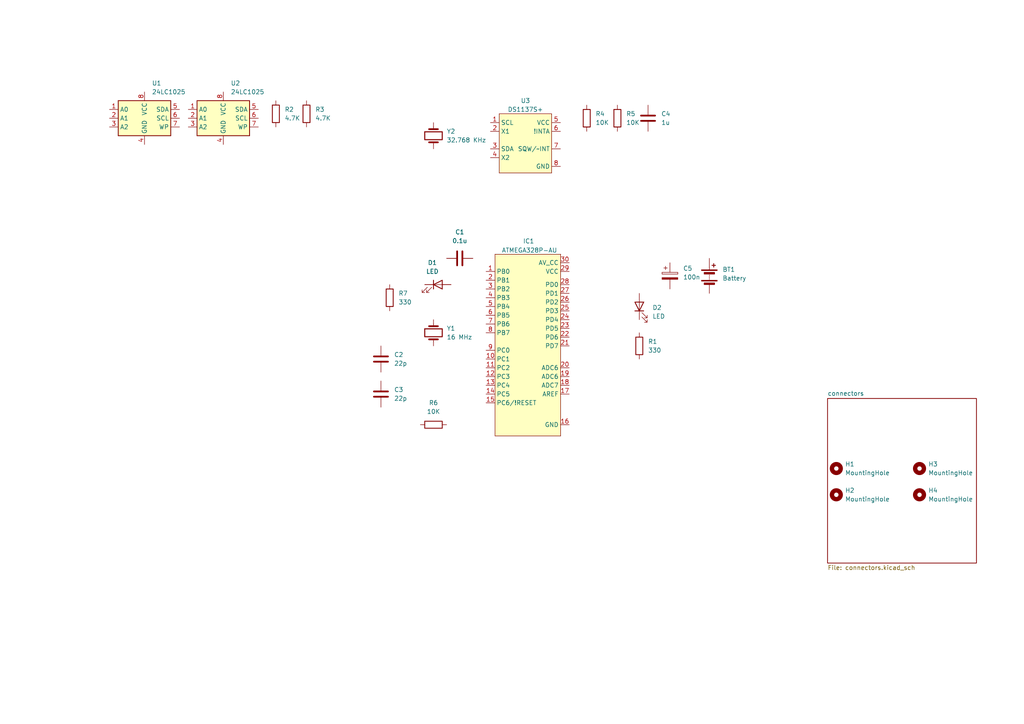
<source format=kicad_sch>
(kicad_sch (version 20250114) (generator "eeschema") (generator_version "9.0")
  (paper "A4")
  (title_block (title "MCU Datalogger with 512 KB EEPROM and Clock") (date "2025-10-22") (rev "1") (company "Furkan Tatlıses"))
  (lib_symbols
    (symbol "ATMEGA328P-AU:ATMEGA328P-AU"
      (property "Reference" "IC?" (at 0 1.27 0))
      (symbol "ATMEGA328P-AU_1_1"
        (rectangle (start 0.0644 -0.0818) (end 19.1144 -52.7868) (fill (type background)))
        (pin bidirectional line (at -2.54 -5.08 0) (length 2.54) (name "PB0") (number "1"))
        (pin bidirectional line (at -2.54 -7.62 0) (length 2.54) (name "PB1") (number "2"))
        (pin bidirectional line (at -2.54 -10.16 0) (length 2.54) (name "PB2") (number "3"))
        (pin bidirectional line (at -2.54 -12.7 0) (length 2.54) (name "PB3") (number "4"))
        (pin bidirectional line (at -2.54 -15.24 0) (length 2.54) (name "PB4") (number "5"))
        (pin bidirectional line (at -2.54 -17.78 0) (length 2.54) (name "PB5") (number "6"))
        (pin bidirectional line (at -2.54 -20.32 0) (length 2.54) (name "PB6") (number "7"))
        (pin bidirectional line (at -2.54 -22.86 0) (length 2.54) (name "PB7") (number "8"))
        (pin bidirectional line (at -2.54 -27.94 0) (length 2.54) (name "PC0") (number "9"))
        (pin bidirectional line (at -2.54 -30.48 0) (length 2.54) (name "PC1") (number "10"))
        (pin bidirectional line (at -2.54 -33.02 0) (length 2.54) (name "PC2") (number "11"))
        (pin bidirectional line (at -2.54 -35.56 0) (length 2.54) (name "PC3") (number "12"))
        (pin bidirectional line (at -2.54 -38.1 0) (length 2.54) (name "PC4") (number "13"))
        (pin bidirectional line (at -2.54 -40.64 0) (length 2.54) (name "PC5") (number "14"))
        (pin bidirectional line (at -2.54 -43.18 0) (length 2.54) (name "PC6/!RESET") (number "15"))
        (pin input line (at 21.59 -2.54 180) (length 2.54) (name "AV_CC") (number "30"))
        (pin input line (at 21.59 -5.08 180) (length 2.54) (name "VCC") (number "29"))
        (pin bidirectional line (at 21.59 -8.89 180) (length 2.54) (name "PD0") (number "28"))
        (pin bidirectional line (at 21.59 -11.43 180) (length 2.54) (name "PD1") (number "27"))
        (pin bidirectional line (at 21.59 -13.97 180) (length 2.54) (name "PD2") (number "26"))
        (pin bidirectional line (at 21.59 -16.51 180) (length 2.54) (name "PD3") (number "25"))
        (pin bidirectional line (at 21.59 -19.05 180) (length 2.54) (name "PD4") (number "24"))
        (pin bidirectional line (at 21.59 -21.59 180) (length 2.54) (name "PD5") (number "23"))
        (pin bidirectional line (at 21.59 -24.13 180) (length 2.54) (name "PD6") (number "22"))
        (pin bidirectional line (at 21.59 -26.67 180) (length 2.54) (name "PD7") (number "21"))
        (pin input line (at 21.59 -33.02 180) (length 2.54) (name "ADC6") (number "20"))
        (pin input line (at 21.59 -35.56 180) (length 2.54) (name "ADC6") (number "19"))
        (pin input line (at 21.59 -38.1 180) (length 2.54) (name "ADC7") (number "18"))
        (pin bidirectional line (at 21.59 -40.64 180) (length 2.54) (name "AREF") (number "17"))
        (pin output line (at 21.59 -49.53 180) (length 2.54) (name "GND") (number "16"))
      )
    )
    (symbol "DS1337S+:DS1337S"
      (property "Reference" "U?" (at 1.27 1.27 0))
      (symbol "DS1337S_1_1"
        (rectangle (start 0 0) (end 15.24 -17.145) (fill (type background)))
        (pin output line (at -2.54 -2.54 0) (length 2.54) (name "SCL") (number "1"))
        (pin input line (at -2.54 -5.08 0) (length 2.54) (name "X1") (number "2"))
        (pin bidirectional line (at -2.54 -10.16 0) (length 2.54) (name "SDA") (number "3"))
        (pin output line (at -2.54 -12.7 0) (length 2.54) (name "X2") (number "4"))
        (pin input line (at 17.78 -2.54 180) (length 2.54) (name "VCC") (number "5"))
        (pin output line (at 17.78 -5.08 180) (length 2.54) (name "!INTA") (number "6"))
        (pin output line (at 17.78 -10.16 180) (length 2.54) (name "SQW/~INT") (number "7"))
        (pin output line (at 17.78 -15.24 180) (length 2.54) (name "GND") (number "8"))
      )
    )
    (symbol "Device:Battery" (pin_numbers (hide yes)) (pin_names (offset 0) (hide yes))
      (property "Reference" "BT" (at 2.54 2.54 0))
      (property "Value" "Battery" (at 2.54 0 0))
      (symbol "Battery_0_1"
        (rectangle (start -2.286 1.778) (end 2.286 1.524) (fill (type outline)))
        (rectangle (start -2.286 -1.27) (end 2.286 -1.524) (fill (type outline)))
        (rectangle (start -1.524 1.016) (end 1.524 0.508) (fill (type outline)))
        (rectangle (start -1.524 -2.032) (end 1.524 -2.54) (fill (type outline)))
        (polyline (pts (xy 0 1.778) (xy 0 2.54)))
        (polyline (pts (xy 0 0) (xy 0 0.254)))
        (polyline (pts (xy 0 -0.508) (xy 0 -0.254)))
        (polyline (pts (xy 0 -1.016) (xy 0 -0.762)))
        (polyline (pts (xy 0.762 3.048) (xy 1.778 3.048)) (stroke (width 0.254)))
        (polyline (pts (xy 1.27 3.556) (xy 1.27 2.54)) (stroke (width 0.254)))
      )
      (symbol "Battery_1_1"
        (pin passive line (at 0 5.08 270) (length 2.54) (name "+") (number "1"))
        (pin passive line (at 0 -5.08 90) (length 2.54) (name "-") (number "2"))
      )
    )
    (symbol "Device:C" (pin_numbers (hide yes)) (pin_names (offset 0.254))
      (property "Reference" "C" (at 0.635 2.54 0))
      (property "Value" "C" (at 0.635 -2.54 0))
      (symbol "C_0_1"
        (polyline (pts (xy -2.032 0.762) (xy 2.032 0.762)) (stroke (width 0.508)))
        (polyline (pts (xy -2.032 -0.762) (xy 2.032 -0.762)) (stroke (width 0.508)))
      )
      (symbol "C_1_1"
        (pin passive line (at 0 3.81 270) (length 2.794) (name "~") (number "1"))
        (pin passive line (at 0 -3.81 90) (length 2.794) (name "~") (number "2"))
      )
    )
    (symbol "Device:C_Polarized" (pin_numbers (hide yes)) (pin_names (offset 0.254))
      (property "Reference" "C" (at 0.635 2.54 0))
      (property "Value" "C_Polarized" (at 0.635 -2.54 0))
      (symbol "C_Polarized_0_1"
        (rectangle (start -2.286 0.508) (end 2.286 1.016))
        (polyline (pts (xy -1.778 2.286) (xy -0.762 2.286)))
        (polyline (pts (xy -1.27 2.794) (xy -1.27 1.778)))
        (rectangle (start 2.286 -0.508) (end -2.286 -1.016) (fill (type outline)))
      )
      (symbol "C_Polarized_1_1"
        (pin passive line (at 0 3.81 270) (length 2.794) (name "~") (number "1"))
        (pin passive line (at 0 -3.81 90) (length 2.794) (name "~") (number "2"))
      )
    )
    (symbol "Device:Crystal" (pin_numbers (hide yes)) (pin_names (offset 1.016) (hide yes))
      (property "Reference" "Y" (at 0 3.81 0))
      (property "Value" "Crystal" (at 0 -3.81 0))
      (symbol "Crystal_0_1"
        (polyline (pts (xy -2.54 0) (xy -1.905 0)))
        (polyline (pts (xy -1.905 -1.27) (xy -1.905 1.27)) (stroke (width 0.508)))
        (rectangle (start -1.143 2.54) (end 1.143 -2.54) (stroke (width 0.3048)))
        (polyline (pts (xy 1.905 -1.27) (xy 1.905 1.27)) (stroke (width 0.508)))
        (polyline (pts (xy 2.54 0) (xy 1.905 0)))
      )
      (symbol "Crystal_1_1"
        (pin passive line (at -3.81 0 0) (length 1.27) (name "1") (number "1"))
        (pin passive line (at 3.81 0 180) (length 1.27) (name "2") (number "2"))
      )
    )
    (symbol "Device:LED" (pin_numbers (hide yes)) (pin_names (offset 1.016) (hide yes))
      (property "Reference" "D" (at 0 2.54 0))
      (property "Value" "LED" (at 0 -2.54 0))
      (symbol "LED_0_1"
        (polyline (pts (xy -3.048 -0.762) (xy -4.572 -2.286) (xy -3.81 -2.286) (xy -4.572 -2.286) (xy -4.572 -1.524)))
        (polyline (pts (xy -1.778 -0.762) (xy -3.302 -2.286) (xy -2.54 -2.286) (xy -3.302 -2.286) (xy -3.302 -1.524)))
        (polyline (pts (xy -1.27 0) (xy 1.27 0)))
        (polyline (pts (xy -1.27 -1.27) (xy -1.27 1.27)) (stroke (width 0.254)))
        (polyline (pts (xy 1.27 -1.27) (xy 1.27 1.27) (xy -1.27 0) (xy 1.27 -1.27)) (stroke (width 0.254)))
      )
      (symbol "LED_1_1"
        (pin passive line (at -3.81 0 0) (length 2.54) (name "K") (number "1"))
        (pin passive line (at 3.81 0 180) (length 2.54) (name "A") (number "2"))
      )
    )
    (symbol "Device:R" (pin_numbers (hide yes)) (pin_names (offset 0))
      (property "Reference" "R" (at 2.032 0 90))
      (property "Value" "R" (at 0 0 90))
      (symbol "R_0_1"
        (rectangle (start -1.016 -2.54) (end 1.016 2.54) (stroke (width 0.254)))
      )
      (symbol "R_1_1"
        (pin passive line (at 0 3.81 270) (length 1.27) (name "~") (number "1"))
        (pin passive line (at 0 -3.81 90) (length 1.27) (name "~") (number "2"))
      )
    )
    (symbol "Mechanical:MountingHole" (pin_names (offset 1.016)) (in_bom no)
      (property "Reference" "H" (at 0 5.08 0))
      (property "Value" "MountingHole" (at 0 3.175 0))
      (symbol "MountingHole_0_1"
        (circle (center 0 0) (radius 1.27) (stroke (width 1.27)))
      )
    )
    (symbol "Memory_EEPROM:24LC1025"
      (property "Reference" "U" (at -6.35 6.35 0))
      (property "Value" "24LC1025" (at 1.27 6.35 0))
      (symbol "24LC1025_1_1"
        (rectangle (start -7.62 5.08) (end 7.62 -5.08) (stroke (width 0.254)) (fill (type background)))
        (pin input line (at -10.16 2.54 0) (length 2.54) (name "A0") (number "1"))
        (pin input line (at -10.16 0 0) (length 2.54) (name "A1") (number "2"))
        (pin input line (at -10.16 -2.54 0) (length 2.54) (name "A2") (number "3"))
        (pin power_in line (at 0 7.62 270) (length 2.54) (name "VCC") (number "8"))
        (pin power_in line (at 0 -7.62 90) (length 2.54) (name "GND") (number "4"))
        (pin bidirectional line (at 10.16 2.54 180) (length 2.54) (name "SDA") (number "5"))
        (pin input line (at 10.16 0 180) (length 2.54) (name "SCL") (number "6"))
        (pin input line (at 10.16 -2.54 180) (length 2.54) (name "WP") (number "7"))
      )
    )
  )
  (symbol (lib_id "DS1337S+:DS1337S") (at 144.78 33.02 0) (unit 1)
    (property "Reference" "U3" (at 152.4 29.21 0))
    (property "Value" "DS1137S+" (at 152.4 31.75 0))
  )
  (symbol (lib_id "Device:R") (at 113.03 86.36 0) (unit 1)
    (property "Reference" "R7" (at 115.57 85.0899 0) (effects (justify left)))
    (property "Value" "330" (at 115.57 87.6299 0) (effects (justify left)))
    (property "Description" "Resistor" (effects (hide yes)))
  )
  (symbol (lib_id "ATMEGA328P-AU:ATMEGA328P-AU") (at 143.51 73.66 0) (unit 1)
    (property "Reference" "IC1" (at 153.3278 69.9368 0))
    (property "Value" "ATMEGA328P-AU" (at 153.5696 72.5969 0))
  )
  (symbol (lib_id "Device:Crystal") (at 125.73 96.52 90) (unit 1)
    (property "Reference" "Y1" (at 129.54 95.2499 90) (effects (justify right)))
    (property "Value" "16 MHz" (at 129.54 97.7899 90) (effects (justify right)))
    (property "Description" "Two pin crystal" (effects (hide yes)))
  )
  (symbol (lib_id "Device:C") (at 133.35 74.93 270) (unit 1)
    (property "Reference" "C1" (at 133.35 67.31 90))
    (property "Value" "0.1u" (at 133.35 69.85 90))
    (property "Description" "Unpolarized capacitor" (effects (hide yes)))
  )
  (symbol (lib_id "Device:Battery") (at 205.74 80.01 0) (unit 1)
    (property "Reference" "BT1" (at 209.55 78.1684 0) (effects (justify left)))
    (property "Value" "Battery" (at 209.55 80.7084 0) (effects (justify left)))
    (property "Description" "Multiple-cell battery" (effects (hide yes)))
  )
  (symbol (lib_id "Memory_EEPROM:24LC1025") (at 41.91 34.29 0) (unit 1)
    (property "Reference" "U1" (at 44.0533 24.13 0) (effects (justify left)))
    (property "Value" "24LC1025" (at 44.0533 26.67 0) (effects (justify left)))
    (property "Datasheet" "http://ww1.microchip.com/downloads/en/DeviceDoc/21941B.pdf" (effects (hide yes)))
    (property "Description" "I2C Serial EEPROM, 1024Kb, DIP-8/SOIC-8/TSSOP-8/DFN-8" (effects (hide yes)))
  )
  (symbol (lib_id "Device:R") (at 125.73 123.19 90) (unit 1)
    (property "Reference" "R6" (at 125.73 116.84 90))
    (property "Value" "10K" (at 125.73 119.38 90))
    (property "Description" "Resistor" (effects (hide yes)))
  )
  (symbol (lib_id "Device:LED") (at 127 82.55 0) (unit 1)
    (property "Reference" "D1" (at 125.4125 76.2 0))
    (property "Value" "LED" (at 125.4125 78.74 0))
    (property "Description" "Light emitting diode" (effects (hide yes)))
    (property "Sim.Pins" "1=K 2=A" (effects (hide yes)))
  )
  (symbol (lib_id "Device:C") (at 110.49 104.14 180) (unit 1)
    (property "Reference" "C2" (at 114.3 102.8699 0) (effects (justify right)))
    (property "Value" "22p" (at 114.3 105.4099 0) (effects (justify right)))
    (property "Description" "Unpolarized capacitor" (effects (hide yes)))
  )
  (symbol (lib_id "Device:R") (at 80.01 33.02 0) (unit 1)
    (property "Reference" "R2" (at 82.55 31.7499 0) (effects (justify left)))
    (property "Value" "4.7K" (at 82.55 34.2899 0) (effects (justify left)))
    (property "Description" "Resistor" (effects (hide yes)))
  )
  (symbol (lib_id "Mechanical:MountingHole") (at 266.7 135.89 0) (unit 1) (in_bom no)
    (property "Reference" "H3" (at 269.24 134.6199 0) (effects (justify left)))
    (property "Value" "MountingHole" (at 269.24 137.1599 0) (effects (justify left)))
    (property "Description" "Mounting Hole without connection" (effects (hide yes)))
  )
  (symbol (lib_id "Mechanical:MountingHole") (at 242.57 135.89 0) (unit 1) (in_bom no)
    (property "Reference" "H1" (at 245.11 134.6199 0) (effects (justify left)))
    (property "Value" "MountingHole" (at 245.11 137.1599 0) (effects (justify left)))
    (property "Description" "Mounting Hole without connection" (effects (hide yes)))
  )
  (symbol (lib_id "Device:R") (at 170.18 34.29 0) (unit 1)
    (property "Reference" "R4" (at 172.72 33.0199 0) (effects (justify left)))
    (property "Value" "10K" (at 172.72 35.5599 0) (effects (justify left)))
    (property "Description" "Resistor" (effects (hide yes)))
  )
  (symbol (lib_id "Device:R") (at 179.07 34.29 0) (unit 1)
    (property "Reference" "R5" (at 181.61 33.0199 0) (effects (justify left)))
    (property "Value" "10K" (at 181.61 35.5599 0) (effects (justify left)))
    (property "Description" "Resistor" (effects (hide yes)))
  )
  (symbol (lib_id "Mechanical:MountingHole") (at 242.57 143.51 0) (unit 1) (in_bom no)
    (property "Reference" "H2" (at 245.11 142.2399 0) (effects (justify left)))
    (property "Value" "MountingHole" (at 245.11 144.7799 0) (effects (justify left)))
    (property "Description" "Mounting Hole without connection" (effects (hide yes)))
  )
  (symbol (lib_id "Device:R") (at 185.42 100.33 0) (unit 1)
    (property "Reference" "R1" (at 187.96 99.0599 0) (effects (justify left)))
    (property "Value" "330" (at 187.96 101.5999 0) (effects (justify left)))
    (property "Description" "Resistor" (effects (hide yes)))
  )
  (symbol (lib_id "Device:Crystal") (at 125.73 39.37 90) (unit 1)
    (property "Reference" "Y2" (at 129.54 38.0999 90) (effects (justify right)))
    (property "Value" "32.768 KHz" (at 129.54 40.6399 90) (effects (justify right)))
    (property "Description" "Two pin crystal" (effects (hide yes)))
  )
  (symbol (lib_id "Mechanical:MountingHole") (at 266.7 143.51 0) (unit 1) (in_bom no)
    (property "Reference" "H4" (at 269.24 142.2399 0) (effects (justify left)))
    (property "Value" "MountingHole" (at 269.24 144.7799 0) (effects (justify left)))
    (property "Description" "Mounting Hole without connection" (effects (hide yes)))
  )
  (symbol (lib_id "Device:C_Polarized") (at 194.31 80.01 0) (unit 1)
    (property "Reference" "C5" (at 198.12 77.8509 0) (effects (justify left)))
    (property "Value" "100n" (at 198.12 80.3909 0) (effects (justify left)))
    (property "Description" "Polarized capacitor" (effects (hide yes)))
  )
  (symbol (lib_id "Device:LED") (at 185.42 88.9 90) (unit 1)
    (property "Reference" "D2" (at 189.23 89.2174 90) (effects (justify right)))
    (property "Value" "LED" (at 189.23 91.7574 90) (effects (justify right)))
    (property "Description" "Light emitting diode" (effects (hide yes)))
    (property "Sim.Pins" "1=K 2=A" (effects (hide yes)))
  )
  (symbol (lib_id "Device:R") (at 88.9 33.02 0) (unit 1)
    (property "Reference" "R3" (at 91.44 31.7499 0) (effects (justify left)))
    (property "Value" "4.7K" (at 91.44 34.2899 0) (effects (justify left)))
    (property "Description" "Resistor" (effects (hide yes)))
  )
  (symbol (lib_id "Memory_EEPROM:24LC1025") (at 64.77 34.29 0) (unit 1)
    (property "Reference" "U2" (at 66.9133 24.13 0) (effects (justify left)))
    (property "Value" "24LC1025" (at 66.9133 26.67 0) (effects (justify left)))
    (property "Datasheet" "http://ww1.microchip.com/downloads/en/DeviceDoc/21941B.pdf" (effects (hide yes)))
    (property "Description" "I2C Serial EEPROM, 1024Kb, DIP-8/SOIC-8/TSSOP-8/DFN-8" (effects (hide yes)))
  )
  (symbol (lib_id "Device:C") (at 110.49 114.3 180) (unit 1)
    (property "Reference" "C3" (at 114.3 113.0299 0) (effects (justify right)))
    (property "Value" "22p" (at 114.3 115.5699 0) (effects (justify right)))
    (property "Description" "Unpolarized capacitor" (effects (hide yes)))
  )
  (symbol (lib_id "Device:C") (at 187.96 34.29 180) (unit 1)
    (property "Reference" "C4" (at 191.77 33.0199 0) (effects (justify right)))
    (property "Value" "1u" (at 191.77 35.5599 0) (effects (justify right)))
    (property "Description" "Unpolarized capacitor" (effects (hide yes)))
  )
  (sheet (at 240.03 115.57) (size 43.18 47.752) (stroke (width 0.1524))
    (property "Sheetname" "connectors" (at 240.03 114.8584 0) (effects (justify left bottom)))
    (property "Sheetfile" "connectors.kicad_sch" (at 240.03 163.9066 0) (effects (justify left top)))
  )
)
</source>
